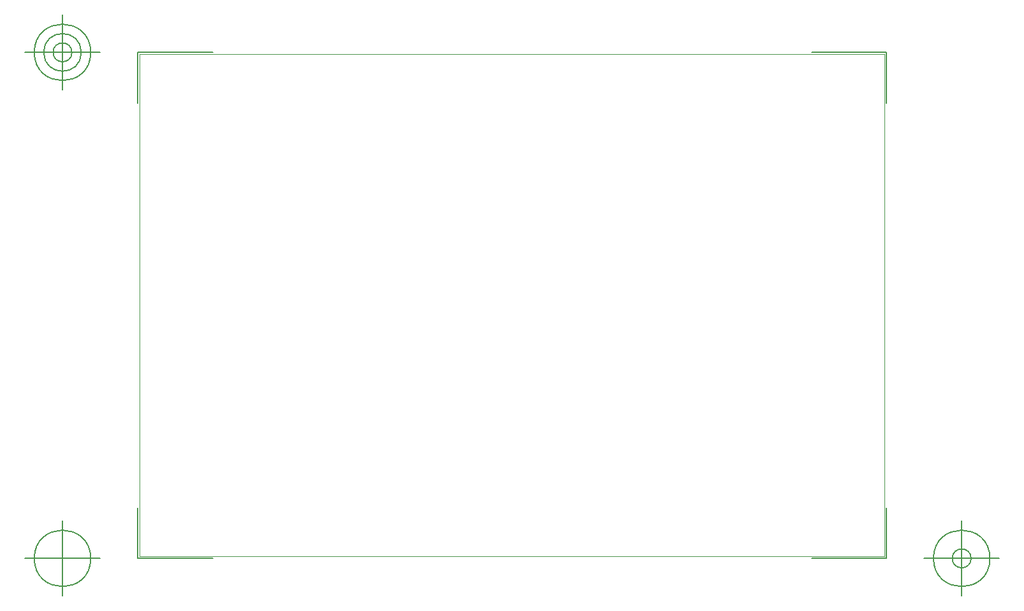
<source format=gbr>
G04 Generated by Ultiboard 14.0 *
%FSLAX34Y34*%
%MOMM*%

%ADD10C,0.0001*%
%ADD11C,0.0010*%
%ADD12C,0.1270*%


G04 ColorRGB 00FFFF for the following layer *
%LNBoard Outline*%
%LPD*%
G54D10*
G54D11*
X-48260Y66020D02*
X941423Y66020D01*
X941423Y734060D01*
X-48260Y734060D01*
X-48260Y66020D01*
G54D12*
X-50800Y63480D02*
X-50800Y130792D01*
X-50800Y63480D02*
X48676Y63480D01*
X943963Y63480D02*
X844487Y63480D01*
X943963Y63480D02*
X943963Y130792D01*
X943963Y736600D02*
X943963Y669288D01*
X943963Y736600D02*
X844487Y736600D01*
X-50800Y736600D02*
X48676Y736600D01*
X-50800Y736600D02*
X-50800Y669288D01*
X-100800Y63480D02*
X-200800Y63480D01*
X-150800Y13480D02*
X-150800Y113480D01*
X-188300Y63480D02*
G75*
D01*
G02X-188300Y63480I37500J0*
G01*
X993963Y63480D02*
X1093963Y63480D01*
X1043963Y13480D02*
X1043963Y113480D01*
X1006463Y63480D02*
G75*
D01*
G02X1006463Y63480I37500J0*
G01*
X1031463Y63480D02*
G75*
D01*
G02X1031463Y63480I12500J0*
G01*
X-100800Y736600D02*
X-200800Y736600D01*
X-150800Y686600D02*
X-150800Y786600D01*
X-188300Y736600D02*
G75*
D01*
G02X-188300Y736600I37500J0*
G01*
X-175800Y736600D02*
G75*
D01*
G02X-175800Y736600I25000J0*
G01*
X-163300Y736600D02*
G75*
D01*
G02X-163300Y736600I12500J0*
G01*

M02*

</source>
